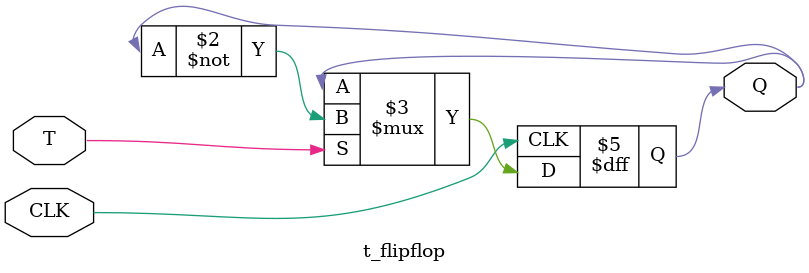
<source format=v>
module t_flipflop(input T, input CLK, output reg Q);
    always @(posedge CLK)
        if (T)
            Q <= ~Q;
endmodule

</source>
